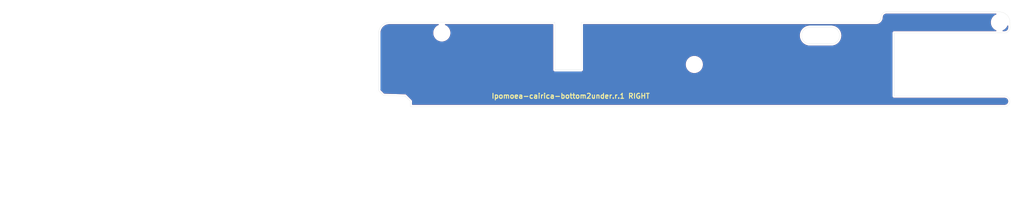
<source format=kicad_pcb>
(kicad_pcb (version 20171130) (host pcbnew "(5.1.5)-3")

  (general
    (thickness 1.6)
    (drawings 22)
    (tracks 0)
    (zones 0)
    (modules 7)
    (nets 1)
  )

  (page A4)
  (layers
    (0 F.Cu signal)
    (31 B.Cu signal)
    (32 B.Adhes user)
    (33 F.Adhes user)
    (34 B.Paste user)
    (35 F.Paste user)
    (36 B.SilkS user)
    (37 F.SilkS user)
    (38 B.Mask user)
    (39 F.Mask user)
    (40 Dwgs.User user)
    (41 Cmts.User user)
    (42 Eco1.User user)
    (43 Eco2.User user)
    (44 Edge.Cuts user)
    (45 Margin user)
    (46 B.CrtYd user)
    (47 F.CrtYd user)
    (48 B.Fab user)
    (49 F.Fab user)
  )

  (setup
    (last_trace_width 0.25)
    (trace_clearance 0.2)
    (zone_clearance 0.508)
    (zone_45_only no)
    (trace_min 0.2)
    (via_size 0.8)
    (via_drill 0.4)
    (via_min_size 0.4)
    (via_min_drill 0.3)
    (uvia_size 0.3)
    (uvia_drill 0.1)
    (uvias_allowed no)
    (uvia_min_size 0.2)
    (uvia_min_drill 0.1)
    (edge_width 0.05)
    (segment_width 0.2)
    (pcb_text_width 0.3)
    (pcb_text_size 1.5 1.5)
    (mod_edge_width 0.12)
    (mod_text_size 1 1)
    (mod_text_width 0.15)
    (pad_size 4.8 4.8)
    (pad_drill 4.8)
    (pad_to_mask_clearance 0.051)
    (solder_mask_min_width 0.25)
    (aux_axis_origin 0 0)
    (visible_elements 7FFFFFFF)
    (pcbplotparams
      (layerselection 0x010f0_ffffffff)
      (usegerberextensions true)
      (usegerberattributes false)
      (usegerberadvancedattributes false)
      (creategerberjobfile false)
      (excludeedgelayer true)
      (linewidth 0.100000)
      (plotframeref false)
      (viasonmask false)
      (mode 1)
      (useauxorigin false)
      (hpglpennumber 1)
      (hpglpenspeed 20)
      (hpglpendiameter 15.000000)
      (psnegative false)
      (psa4output false)
      (plotreference true)
      (plotvalue true)
      (plotinvisibletext false)
      (padsonsilk false)
      (subtractmaskfromsilk true)
      (outputformat 1)
      (mirror false)
      (drillshape 0)
      (scaleselection 1)
      (outputdirectory "../GERBER/Ipomoea-cairica-bottom2under_RIGHT"))
  )

  (net 0 "")

  (net_class Default "これはデフォルトのネット クラスです。"
    (clearance 0.2)
    (trace_width 0.25)
    (via_dia 0.8)
    (via_drill 0.4)
    (uvia_dia 0.3)
    (uvia_drill 0.1)
  )

  (module Ipomoea-cairica:M2_SCREW_HOLE_CL (layer F.Cu) (tedit 5E5669A5) (tstamp 5E553D32)
    (at 314.325 19.05)
    (attr virtual)
    (fp_text reference M2_SPACER_HOLE_011 (at -0.95 -0.55) (layer F.Fab) hide
      (effects (font (size 1 1) (thickness 0.15)))
    )
    (fp_text value Val** (at 0 0.55) (layer F.Fab) hide
      (effects (font (size 1 1) (thickness 0.15)))
    )
    (pad "" np_thru_hole circle (at 0 0) (size 2.2 2.2) (drill 2.2) (layers *.Cu *.Mask)
      (clearance 1.5))
  )

  (module Ipomoea-cairica:M2_SCREW_HOLE_CL (layer F.Cu) (tedit 5E5669A5) (tstamp 5E530EF4)
    (at 222.25 31.75)
    (attr virtual)
    (fp_text reference M2_SPACER_HOLE_004 (at -0.95 -0.55) (layer F.Fab) hide
      (effects (font (size 1 1) (thickness 0.15)))
    )
    (fp_text value Val** (at 0 0.55) (layer F.Fab) hide
      (effects (font (size 1 1) (thickness 0.15)))
    )
    (pad "" np_thru_hole circle (at 0 0) (size 2.2 2.2) (drill 2.2) (layers *.Cu *.Mask)
      (clearance 1.5))
  )

  (module Ipomoea-cairica:M2_SCREW_HOLE_CL (layer F.Cu) (tedit 5E5669A5) (tstamp 5E52F9C1)
    (at 146.05 22.225)
    (attr virtual)
    (fp_text reference M2_SPACER_HOLE_012 (at -0.95 -0.55) (layer F.Fab) hide
      (effects (font (size 1 1) (thickness 0.15)))
    )
    (fp_text value Val** (at 0 0.55) (layer F.Fab) hide
      (effects (font (size 1 1) (thickness 0.15)))
    )
    (pad "" np_thru_hole circle (at 0 0) (size 2.2 2.2) (drill 2.2) (layers *.Cu *.Mask)
      (clearance 1.5))
  )

  (module Ipomoea-cairica:CUT_HOLE_CENTER_UNDER_RIGHT (layer F.Cu) (tedit 5E5661CF) (tstamp 5E52B174)
    (at 141.2875 69.85)
    (fp_text reference CUT_HOLE_CENTER (at 0 1.5875) (layer Dwgs.User)
      (effects (font (size 1 1) (thickness 0.15)))
    )
    (fp_text value CUT_HOLE_CENTER_UNDER_RIGHT (at 0 -1.5875) (layer Dwgs.User)
      (effects (font (size 1 1) (thickness 0.15)))
    )
    (fp_line (start -12.9 -28.7745) (end -6.35 -28.575) (layer Edge.Cuts) (width 0.05))
    (fp_line (start -6.35 -28.575) (end -4.7625 -26.9875) (layer Edge.Cuts) (width 0.05))
    (fp_line (start -4.7625 -26.9875) (end -4.7625 -25.4) (layer Edge.Cuts) (width 0.05))
    (fp_line (start -14.2875 -47.625) (end -14.2875 -30.1625) (layer Edge.Cuts) (width 0.05))
    (fp_line (start -14.2875 -30.1625) (end -12.9 -28.7745) (layer Edge.Cuts) (width 0.05))
  )

  (module Ipomoea-cairica:ResetSW_1side_HOLE (layer B.Cu) (tedit 5E52BCDB) (tstamp 5E526C1A)
    (at 260.35 23.01875 180)
    (path /5E9D02A8)
    (fp_text reference SW_RST2 (at 0 -2.55) (layer Dwgs.User) hide
      (effects (font (size 1 1) (thickness 0.15)))
    )
    (fp_text value SW_PUSH (at 0 2.55) (layer B.Fab)
      (effects (font (size 1 1) (thickness 0.15)) (justify mirror))
    )
    (fp_line (start -3.25 -2.5) (end 3.25 -2.5) (layer Edge.Cuts) (width 0.05))
    (fp_line (start -3.25 2.5) (end 3.25 2.5) (layer Edge.Cuts) (width 0.05))
    (fp_arc (start 3.25 0) (end 3.25 -2.5) (angle 180) (layer Edge.Cuts) (width 0.05))
    (fp_arc (start -3.25 0) (end -3.25 2.5) (angle 180) (layer Edge.Cuts) (width 0.05))
    (fp_circle (center -3.25 0) (end -2.25 0) (layer Dwgs.User) (width 0.12))
    (fp_circle (center 3.25 0) (end 4.25 0) (layer Dwgs.User) (width 0.12))
    (fp_text user RESET (at 0 0) (layer Dwgs.User)
      (effects (font (size 1 1) (thickness 0.15)))
    )
    (fp_line (start 3 1.75) (end 3 1.5) (layer Dwgs.User) (width 0.15))
    (fp_line (start -3 1.75) (end 3 1.75) (layer Dwgs.User) (width 0.15))
    (fp_line (start -3 1.75) (end -3 1.5) (layer Dwgs.User) (width 0.15))
    (fp_line (start -3 -1.75) (end -3 -1.5) (layer Dwgs.User) (width 0.15))
    (fp_line (start 3 -1.75) (end 3 -1.5) (layer Dwgs.User) (width 0.15))
    (fp_line (start -3 -1.75) (end 3 -1.75) (layer Dwgs.User) (width 0.15))
  )

  (module Ipomoea-cairica:ProMicro_Layout (layer F.Cu) (tedit 5E5274C1) (tstamp 5E52749E)
    (at 298.45 32.015 270)
    (path /5E706045)
    (fp_text reference U2 (at 0 0.5 90) (layer Dwgs.User)
      (effects (font (size 1 1) (thickness 0.15)))
    )
    (fp_text value ProMicro_Layout (at 0 -0.5 90) (layer F.Fab)
      (effects (font (size 1 1) (thickness 0.15)))
    )
    (fp_circle (center -7.62 13.97) (end -6.858 13.97) (layer Dwgs.User) (width 0.12))
    (fp_circle (center -7.62 11.43) (end -6.858 11.43) (layer Dwgs.User) (width 0.12))
    (fp_circle (center -7.62 6.35) (end -6.858 6.35) (layer Dwgs.User) (width 0.12))
    (fp_circle (center -7.62 -1.27) (end -6.858 -1.27) (layer Dwgs.User) (width 0.12))
    (fp_circle (center -7.62 1.27) (end -6.858 1.27) (layer Dwgs.User) (width 0.12))
    (fp_circle (center -7.62 8.89) (end -6.858 8.89) (layer Dwgs.User) (width 0.12))
    (fp_circle (center -7.62 3.81) (end -6.858 3.81) (layer Dwgs.User) (width 0.12))
    (fp_circle (center -7.62 -3.81) (end -6.858 -3.81) (layer Dwgs.User) (width 0.12))
    (fp_circle (center -7.62 -6.35) (end -6.858 -6.35) (layer Dwgs.User) (width 0.12))
    (fp_circle (center -7.62 -8.89) (end -6.858 -8.89) (layer Dwgs.User) (width 0.12))
    (fp_circle (center -7.62 -11.43) (end -6.858 -11.43) (layer Dwgs.User) (width 0.12))
    (fp_circle (center -7.62 -13.97) (end -6.858 -13.97) (layer Dwgs.User) (width 0.12))
    (fp_circle (center 7.62 13.97) (end 8.382 13.97) (layer Dwgs.User) (width 0.12))
    (fp_circle (center 7.62 11.43) (end 8.382 11.43) (layer Dwgs.User) (width 0.12))
    (fp_circle (center 7.62 8.89) (end 8.382 8.89) (layer Dwgs.User) (width 0.12))
    (fp_circle (center 7.62 -3.81) (end 8.382 -3.81) (layer Dwgs.User) (width 0.12))
    (fp_circle (center 7.62 6.35) (end 8.382 6.35) (layer Dwgs.User) (width 0.12))
    (fp_circle (center 7.62 3.81) (end 8.382 3.81) (layer Dwgs.User) (width 0.12))
    (fp_circle (center 7.62 -1.27) (end 8.382 -1.27) (layer Dwgs.User) (width 0.12))
    (fp_circle (center 7.62 1.27) (end 8.382 1.27) (layer Dwgs.User) (width 0.12))
    (fp_circle (center 7.62 -6.35) (end 8.382 -6.35) (layer Dwgs.User) (width 0.12))
    (fp_circle (center 7.62 -8.89) (end 8.382 -8.89) (layer Dwgs.User) (width 0.12))
    (fp_circle (center 7.62 -11.43) (end 8.382 -11.43) (layer Dwgs.User) (width 0.12))
    (fp_circle (center 7.62 -13.97) (end 8.382 -13.97) (layer Dwgs.User) (width 0.12))
    (fp_circle (center -7.62 -16.51) (end -6.858 -16.51) (layer Dwgs.User) (width 0.12))
    (fp_circle (center 7.62 -16.51) (end 8.382 -16.51) (layer Dwgs.User) (width 0.12))
    (fp_text user ProMicro (at 0 13.97 270 unlocked) (layer Dwgs.User)
      (effects (font (size 1 1) (thickness 0.15)) (justify mirror))
    )
    (fp_text user D3 (at 5.08 -13.97 90) (layer Dwgs.User)
      (effects (font (size 0.8 0.8) (thickness 0.15)) (justify mirror))
    )
    (fp_text user F6 (at -5.08 1.27 270 unlocked) (layer Dwgs.User)
      (effects (font (size 0.8 0.8) (thickness 0.15)) (justify mirror))
    )
    (fp_text user B3 (at -5.08 8.89 270 unlocked) (layer Dwgs.User)
      (effects (font (size 0.8 0.8) (thickness 0.15)) (justify mirror))
    )
    (fp_text user D0 (at 5.08 -1.27 270 unlocked) (layer Dwgs.User)
      (effects (font (size 0.8 0.8) (thickness 0.15)) (justify mirror))
    )
    (fp_text user D7 (at 5.08 6.35 270 unlocked) (layer Dwgs.User)
      (effects (font (size 0.8 0.8) (thickness 0.15)) (justify mirror))
    )
    (fp_text user C6 (at 5.08 3.81 270 unlocked) (layer Dwgs.User)
      (effects (font (size 0.8 0.8) (thickness 0.15)) (justify mirror))
    )
    (fp_text user F7 (at -5.08 3.81 270 unlocked) (layer Dwgs.User)
      (effects (font (size 0.8 0.8) (thickness 0.15)) (justify mirror))
    )
    (fp_text user B5 (at 5.08 13.97 270 unlocked) (layer Dwgs.User)
      (effects (font (size 0.8 0.8) (thickness 0.15)) (justify mirror))
    )
    (fp_text user B6 (at -5.08 13.97 270 unlocked) (layer Dwgs.User)
      (effects (font (size 0.8 0.8) (thickness 0.15)) (justify mirror))
    )
    (fp_text user D1 (at 5.08 -3.81 270 unlocked) (layer Dwgs.User)
      (effects (font (size 0.8 0.8) (thickness 0.15)) (justify mirror))
    )
    (fp_text user F5 (at -5.08 -1.27 270 unlocked) (layer Dwgs.User)
      (effects (font (size 0.8 0.8) (thickness 0.15)) (justify mirror))
    )
    (fp_text user B4 (at 5.08 11.43 270 unlocked) (layer Dwgs.User)
      (effects (font (size 0.8 0.8) (thickness 0.15)) (justify mirror))
    )
    (fp_text user F4 (at -5.08 -3.81 270 unlocked) (layer Dwgs.User)
      (effects (font (size 0.8 0.8) (thickness 0.15)) (justify mirror))
    )
    (fp_text user RST (at -5.08 -8.89 270 unlocked) (layer Dwgs.User)
      (effects (font (size 0.8 0.8) (thickness 0.15)) (justify mirror))
    )
    (fp_text user VCC (at -5.08 -6.35 270 unlocked) (layer Dwgs.User)
      (effects (font (size 0.8 0.8) (thickness 0.15)) (justify mirror))
    )
    (fp_text user GND (at -5.08 -11.43 270 unlocked) (layer Dwgs.User)
      (effects (font (size 0.8 0.8) (thickness 0.15)) (justify mirror))
    )
    (fp_text user GND (at 5.08 -6.35 270 unlocked) (layer Dwgs.User)
      (effects (font (size 0.8 0.8) (thickness 0.15)) (justify mirror))
    )
    (fp_text user E6 (at 5.08 8.89 270 unlocked) (layer Dwgs.User)
      (effects (font (size 0.8 0.8) (thickness 0.15)) (justify mirror))
    )
    (fp_text user D2 (at 5.08 -11.43 270 unlocked) (layer Dwgs.User)
      (effects (font (size 0.8 0.8) (thickness 0.15)) (justify mirror))
    )
    (fp_text user GND (at 5.08 -8.89 270 unlocked) (layer Dwgs.User)
      (effects (font (size 0.8 0.8) (thickness 0.15)) (justify mirror))
    )
    (fp_text user D4 (at 5.08 1.27 270 unlocked) (layer Dwgs.User)
      (effects (font (size 0.8 0.8) (thickness 0.15)) (justify mirror))
    )
    (fp_text user B2 (at -5.08 11.43 270 unlocked) (layer Dwgs.User)
      (effects (font (size 0.8 0.8) (thickness 0.15)) (justify mirror))
    )
    (fp_text user RAW (at -5.08 -13.97 270 unlocked) (layer Dwgs.User)
      (effects (font (size 0.8 0.8) (thickness 0.15)) (justify mirror))
    )
    (fp_text user B1 (at -5.08 6.35 90) (layer Dwgs.User)
      (effects (font (size 0.8 0.8) (thickness 0.15)) (justify mirror))
    )
    (fp_line (start 8.89 -17.78) (end 8.89 15.24) (layer Dwgs.User) (width 0.2))
    (fp_line (start -8.89 15.24) (end -8.89 -17.78) (layer Dwgs.User) (width 0.2))
    (fp_line (start 3.81 -19.05) (end -3.81 -19.05) (layer Dwgs.User) (width 0.2))
    (fp_line (start 8.89 15.24) (end -8.89 15.24) (layer Dwgs.User) (width 0.2))
    (fp_line (start -3.81 -19.05) (end -3.81 -15.24) (layer Dwgs.User) (width 0.2))
    (fp_line (start 3.81 -15.24) (end 3.81 -19.05) (layer Dwgs.User) (width 0.2))
    (fp_line (start -3.81 -15.24) (end 3.81 -15.24) (layer Dwgs.User) (width 0.2))
    (fp_line (start -8.89 -17.78) (end 8.89 -17.78) (layer Dwgs.User) (width 0.2))
  )

  (module Ipomoea-cairica:MJ-4PP-9_1side_Layout (layer B.Cu) (tedit 5E52751B) (tstamp 5E526C0C)
    (at 184.15 20.6375 180)
    (path /5E70603F)
    (fp_text reference J2 (at -0.85 -4.95) (layer B.Fab)
      (effects (font (size 1 1) (thickness 0.15)) (justify mirror))
    )
    (fp_text value MJ-4PP-9 (at 0 -14) (layer B.Fab) hide
      (effects (font (size 1 1) (thickness 0.15)) (justify mirror))
    )
    (fp_circle (center -2.1 -12.18) (end -1.25 -12.18) (layer Dwgs.User) (width 0.12))
    (fp_text user TRRS (at -0.75 -6.45) (layer Dwgs.User)
      (effects (font (size 1 1) (thickness 0.15)))
    )
    (fp_line (start -3 -12) (end -3 0) (layer Dwgs.User) (width 0.15))
    (fp_line (start 3 -12) (end -3 -12) (layer Dwgs.User) (width 0.15))
    (fp_line (start 3 0) (end 3 -12) (layer Dwgs.User) (width 0.15))
    (fp_line (start -3 0) (end 3 0) (layer Dwgs.User) (width 0.15))
    (model "../../../../../../Users/pluis/Documents/Magic Briefcase/Documents/KiCad/3d/AB2_TRS_3p5MM_PTH.wrl"
      (at (xyz 0 0 0))
      (scale (xyz 0.42 0.42 0.42))
      (rotate (xyz 0 0 90))
    )
  )

  (dimension 190.5 (width 0.15) (layer Dwgs.User)
    (gr_text "190.500 mm" (at 222.25 12.9875) (layer Dwgs.User)
      (effects (font (size 1 1) (thickness 0.15)))
    )
    (feature1 (pts (xy 127 15.875) (xy 127 13.701079)))
    (feature2 (pts (xy 317.5 15.875) (xy 317.5 13.701079)))
    (crossbar (pts (xy 317.5 14.2875) (xy 127 14.2875)))
    (arrow1a (pts (xy 127 14.2875) (xy 128.126504 13.701079)))
    (arrow1b (pts (xy 127 14.2875) (xy 128.126504 14.873921)))
    (arrow2a (pts (xy 317.5 14.2875) (xy 316.373496 13.701079)))
    (arrow2b (pts (xy 317.5 14.2875) (xy 316.373496 14.873921)))
  )
  (dimension 28.575 (width 0.12) (layer Dwgs.User) (tstamp 5E553DB5)
    (gr_text "28.575 mm" (at 320.3575 30.1625 270) (layer Dwgs.User) (tstamp 5E553DB5)
      (effects (font (size 1 1) (thickness 0.15)))
    )
    (feature1 (pts (xy 317.5 44.45) (xy 319.673921 44.45)))
    (feature2 (pts (xy 317.5 15.875) (xy 319.673921 15.875)))
    (crossbar (pts (xy 319.0875 15.875) (xy 319.0875 44.45)))
    (arrow1a (pts (xy 319.0875 44.45) (xy 318.501079 43.323496)))
    (arrow1b (pts (xy 319.0875 44.45) (xy 319.673921 43.323496)))
    (arrow2a (pts (xy 319.0875 15.875) (xy 318.501079 17.001504)))
    (arrow2b (pts (xy 319.0875 15.875) (xy 319.673921 17.001504)))
  )
  (gr_line (start 317.5 19.05) (end 317.5 20.6375) (layer Edge.Cuts) (width 0.05) (tstamp 5E559766))
  (gr_arc (start 315.9125 20.6375) (end 317.5 20.6375) (angle 90) (layer Edge.Cuts) (width 0.05) (tstamp 5E559760))
  (gr_arc (start 314.325 19.05) (end 314.325 15.875) (angle 90) (layer Edge.Cuts) (width 0.05) (tstamp 5E553D31))
  (gr_arc (start 277.01875 17.4625) (end 278.60625 17.4625) (angle 90) (layer Edge.Cuts) (width 0.05) (tstamp 5E553D30))
  (gr_arc (start 280.19375 17.4625) (end 278.60625 17.4625) (angle 90) (layer Edge.Cuts) (width 0.05) (tstamp 5E553D2F))
  (gr_line (start 314.325 15.875) (end 280.19375 15.875) (layer Edge.Cuts) (width 0.05) (tstamp 5E553D2E))
  (gr_arc (start 315.9125 42.8625) (end 317.5 42.8625) (angle 90) (layer Edge.Cuts) (width 0.05) (tstamp 5E553D2A))
  (gr_arc (start 315.9125 42.8625) (end 315.9125 41.275) (angle 90) (layer Edge.Cuts) (width 0.05) (tstamp 5E553D2A))
  (gr_line (start 136.525 44.45) (end 315.9125 44.45) (layer Edge.Cuts) (width 0.05) (tstamp 5E559740))
  (gr_text "Ipomoea-cairica-bottom2under.r.1 RIGHT" (at 184.94375 41.275) (layer F.SilkS) (tstamp 5E538DFF)
    (effects (font (size 1.5 1.5) (thickness 0.3)))
  )
  (gr_line (start 265.1125 19.05) (end 277.01875 19.05) (layer Edge.Cuts) (width 0.05) (tstamp 5E54080C))
  (gr_line (start 188.11875 19.05) (end 265.1125 19.05) (layer Edge.Cuts) (width 0.05) (tstamp 5E5407FA))
  (gr_line (start 180.18125 33.3375) (end 188.11875 33.3375) (layer Edge.Cuts) (width 0.05) (tstamp 5E5407F4))
  (gr_line (start 180.18125 33.3375) (end 180.18125 19.05) (layer Edge.Cuts) (width 0.05) (tstamp 5E5407F0))
  (gr_line (start 188.11875 33.3375) (end 188.11875 19.05) (layer Edge.Cuts) (width 0.05) (tstamp 5E5407EF))
  (gr_line (start 315.9125 41.275) (end 282.575 41.275) (layer Edge.Cuts) (width 0.05) (tstamp 5E53A4C7))
  (gr_line (start 282.575 22.225) (end 282.575 41.275) (layer Edge.Cuts) (width 0.05) (tstamp 5E53A4C6))
  (gr_line (start 282.575 22.225) (end 315.9125 22.225) (layer Edge.Cuts) (width 0.05) (tstamp 5E53A4C5))
  (gr_arc (start 130.175 22.225) (end 130.175 19.05) (angle -90) (layer Edge.Cuts) (width 0.05) (tstamp 5E5346B3))
  (gr_line (start 130.175 19.05) (end 180.18125 19.05) (layer Edge.Cuts) (width 0.05) (tstamp 5E531695))

  (zone (net 0) (net_name "") (layer B.Cu) (tstamp 5E567178) (hatch edge 0.508)
    (connect_pads (clearance 0.508))
    (min_thickness 0.254)
    (fill yes (arc_segments 32) (thermal_gap 0.508) (thermal_bridge_width 0.508))
    (polygon
      (pts
        (xy 317.5 44.45) (xy 12.7 44.45) (xy 12.7 15.875) (xy 317.5 15.875)
      )
    )
    (filled_polygon
      (pts
        (xy 313.033281 16.633364) (xy 312.586639 16.931801) (xy 312.206801 17.311639) (xy 311.908364 17.758281) (xy 311.702797 18.254563)
        (xy 311.598 18.781414) (xy 311.598 19.318586) (xy 311.702797 19.845437) (xy 311.908364 20.341719) (xy 312.206801 20.788361)
        (xy 312.586639 21.168199) (xy 313.033281 21.466636) (xy 313.270752 21.565) (xy 282.607419 21.565) (xy 282.575 21.561807)
        (xy 282.509298 21.568278) (xy 282.445617 21.57455) (xy 282.321207 21.61229) (xy 282.20655 21.673575) (xy 282.106052 21.756052)
        (xy 282.023575 21.85655) (xy 281.96229 21.971207) (xy 281.92455 22.095617) (xy 281.911807 22.225) (xy 281.915 22.257419)
        (xy 281.915001 41.242571) (xy 281.911807 41.275) (xy 281.92455 41.404383) (xy 281.96229 41.528793) (xy 282.023575 41.64345)
        (xy 282.106052 41.743948) (xy 282.20655 41.826425) (xy 282.321207 41.88771) (xy 282.445617 41.92545) (xy 282.542581 41.935)
        (xy 282.575 41.938193) (xy 282.607419 41.935) (xy 315.880221 41.935) (xy 316.092038 41.955769) (xy 316.264737 42.00791)
        (xy 316.424018 42.092602) (xy 316.563819 42.206619) (xy 316.678808 42.345617) (xy 316.76461 42.504305) (xy 316.817955 42.676635)
        (xy 316.837151 42.859275) (xy 316.819231 43.042038) (xy 316.767091 43.214736) (xy 316.682399 43.374018) (xy 316.568378 43.513821)
        (xy 316.429385 43.628806) (xy 316.270695 43.71461) (xy 316.098365 43.767955) (xy 315.888619 43.79) (xy 137.185 43.79)
        (xy 137.185 42.894908) (xy 137.188192 42.862499) (xy 137.185 42.83009) (xy 137.185 42.830081) (xy 137.17545 42.733117)
        (xy 137.13771 42.608707) (xy 137.110354 42.557527) (xy 137.076425 42.494049) (xy 137.014614 42.418733) (xy 137.014612 42.418731)
        (xy 136.993948 42.393552) (xy 136.96877 42.372889) (xy 135.434238 40.838358) (xy 135.420506 40.820546) (xy 135.388389 40.792509)
        (xy 135.381266 40.785386) (xy 135.363955 40.771179) (xy 135.322566 40.735048) (xy 135.313784 40.730005) (xy 135.30595 40.723575)
        (xy 135.257466 40.69766) (xy 135.209828 40.670301) (xy 135.200229 40.667067) (xy 135.191292 40.66229) (xy 135.138702 40.646337)
        (xy 135.086624 40.628791) (xy 135.076575 40.627491) (xy 135.066882 40.624551) (xy 135.012213 40.619167) (xy 134.989996 40.616293)
        (xy 134.979922 40.615986) (xy 134.9375 40.611808) (xy 134.915119 40.614012) (xy 128.669222 40.423775) (xy 127.66 39.41419)
        (xy 127.66 22.257278) (xy 127.711002 21.737116) (xy 127.852694 21.267812) (xy 128.082837 20.834975) (xy 128.392678 20.455073)
        (xy 128.770397 20.142597) (xy 129.201627 19.909431) (xy 129.669928 19.764468) (xy 130.188153 19.71) (xy 144.995752 19.71)
        (xy 144.758281 19.808364) (xy 144.311639 20.106801) (xy 143.931801 20.486639) (xy 143.633364 20.933281) (xy 143.427797 21.429563)
        (xy 143.323 21.956414) (xy 143.323 22.493586) (xy 143.427797 23.020437) (xy 143.633364 23.516719) (xy 143.931801 23.963361)
        (xy 144.311639 24.343199) (xy 144.758281 24.641636) (xy 145.254563 24.847203) (xy 145.781414 24.952) (xy 146.318586 24.952)
        (xy 146.845437 24.847203) (xy 147.341719 24.641636) (xy 147.788361 24.343199) (xy 148.168199 23.963361) (xy 148.466636 23.516719)
        (xy 148.672203 23.020437) (xy 148.777 22.493586) (xy 148.777 21.956414) (xy 148.672203 21.429563) (xy 148.466636 20.933281)
        (xy 148.168199 20.486639) (xy 147.788361 20.106801) (xy 147.341719 19.808364) (xy 147.104248 19.71) (xy 179.521251 19.71)
        (xy 179.52125 33.305081) (xy 179.518057 33.3375) (xy 179.5308 33.466883) (xy 179.56854 33.591293) (xy 179.629825 33.70595)
        (xy 179.712302 33.806448) (xy 179.8128 33.888925) (xy 179.927457 33.95021) (xy 180.051867 33.98795) (xy 180.18125 34.000693)
        (xy 180.213669 33.9975) (xy 188.086331 33.9975) (xy 188.11875 34.000693) (xy 188.151169 33.9975) (xy 188.248133 33.98795)
        (xy 188.372543 33.95021) (xy 188.4872 33.888925) (xy 188.587698 33.806448) (xy 188.670175 33.70595) (xy 188.73146 33.591293)
        (xy 188.7692 33.466883) (xy 188.781943 33.3375) (xy 188.77875 33.305081) (xy 188.77875 31.481414) (xy 219.523 31.481414)
        (xy 219.523 32.018586) (xy 219.627797 32.545437) (xy 219.833364 33.041719) (xy 220.131801 33.488361) (xy 220.511639 33.868199)
        (xy 220.958281 34.166636) (xy 221.454563 34.372203) (xy 221.981414 34.477) (xy 222.518586 34.477) (xy 223.045437 34.372203)
        (xy 223.541719 34.166636) (xy 223.988361 33.868199) (xy 224.368199 33.488361) (xy 224.666636 33.041719) (xy 224.872203 32.545437)
        (xy 224.977 32.018586) (xy 224.977 31.481414) (xy 224.872203 30.954563) (xy 224.666636 30.458281) (xy 224.368199 30.011639)
        (xy 223.988361 29.631801) (xy 223.541719 29.333364) (xy 223.045437 29.127797) (xy 222.518586 29.023) (xy 221.981414 29.023)
        (xy 221.454563 29.127797) (xy 220.958281 29.333364) (xy 220.511639 29.631801) (xy 220.131801 30.011639) (xy 219.833364 30.458281)
        (xy 219.627797 30.954563) (xy 219.523 31.481414) (xy 188.77875 31.481414) (xy 188.77875 22.976385) (xy 253.942777 22.976385)
        (xy 253.943195 23.036203) (xy 253.942777 23.096021) (xy 253.943677 23.105192) (xy 253.994678 23.590434) (xy 254.006699 23.648997)
        (xy 254.017914 23.70779) (xy 254.020578 23.716612) (xy 254.164858 24.182706) (xy 254.188033 24.237836) (xy 254.210447 24.293315)
        (xy 254.214774 24.301451) (xy 254.446838 24.730644) (xy 254.480271 24.780211) (xy 254.513042 24.83029) (xy 254.518867 24.837431)
        (xy 254.829875 25.213377) (xy 254.872311 25.255517) (xy 254.914174 25.298267) (xy 254.921275 25.304141) (xy 255.299382 25.612517)
        (xy 255.349191 25.645609) (xy 255.398563 25.679416) (xy 255.406667 25.683797) (xy 255.406675 25.683801) (xy 255.837473 25.912861)
        (xy 255.892788 25.93566) (xy 255.94776 25.959221) (xy 255.956563 25.961946) (xy 256.423652 26.102969) (xy 256.482369 26.114595)
        (xy 256.540845 26.127025) (xy 256.550009 26.127988) (xy 257.035596 26.1756) (xy 257.035598 26.1756) (xy 257.067581 26.17875)
        (xy 263.632419 26.17875) (xy 263.634718 26.178524) (xy 263.639519 26.17849) (xy 263.669333 26.175356) (xy 263.699309 26.175356)
        (xy 263.708474 26.174393) (xy 264.193348 26.120006) (xy 264.251863 26.107568) (xy 264.31054 26.09595) (xy 264.319343 26.093225)
        (xy 264.784419 25.945694) (xy 264.839391 25.922133) (xy 264.894706 25.899334) (xy 264.902812 25.894951) (xy 265.330374 25.659897)
        (xy 265.379736 25.626098) (xy 265.429558 25.592997) (xy 265.436658 25.587123) (xy 265.810423 25.273497) (xy 265.852286 25.230747)
        (xy 265.894721 25.188608) (xy 265.900545 25.181467) (xy 266.206274 24.801217) (xy 266.239034 24.751154) (xy 266.272479 24.70157)
        (xy 266.276805 24.693433) (xy 266.502854 24.261041) (xy 266.52525 24.205609) (xy 266.548444 24.150433) (xy 266.551107 24.141611)
        (xy 266.688865 23.673548) (xy 266.700066 23.614829) (xy 266.712103 23.556192) (xy 266.713002 23.547021) (xy 266.757223 23.061115)
        (xy 266.756805 23.001297) (xy 266.757223 22.94148) (xy 266.756323 22.932308) (xy 266.705322 22.447066) (xy 266.693302 22.38851)
        (xy 266.682086 22.329709) (xy 266.679422 22.320888) (xy 266.535142 21.854794) (xy 266.511954 21.799631) (xy 266.489552 21.744185)
        (xy 266.485226 21.736049) (xy 266.253162 21.306856) (xy 266.219729 21.257289) (xy 266.186958 21.20721) (xy 266.181134 21.200069)
        (xy 265.870125 20.824124) (xy 265.827708 20.782002) (xy 265.785826 20.739233) (xy 265.778725 20.73336) (xy 265.400618 20.424983)
        (xy 265.350809 20.391891) (xy 265.301437 20.358084) (xy 265.293331 20.353702) (xy 264.862527 20.12464) (xy 264.807233 20.101849)
        (xy 264.75224 20.078279) (xy 264.743437 20.075554) (xy 264.276347 19.934531) (xy 264.217653 19.922909) (xy 264.159156 19.910475)
        (xy 264.149991 19.909512) (xy 263.664405 19.8619) (xy 263.664402 19.8619) (xy 263.632419 19.85875) (xy 257.067581 19.85875)
        (xy 257.065282 19.858976) (xy 257.060481 19.85901) (xy 257.030667 19.862144) (xy 257.000691 19.862144) (xy 256.991526 19.863107)
        (xy 256.506652 19.917494) (xy 256.448137 19.929932) (xy 256.38946 19.94155) (xy 256.380657 19.944275) (xy 255.915581 20.091806)
        (xy 255.860609 20.115367) (xy 255.805294 20.138166) (xy 255.797188 20.142549) (xy 255.369625 20.377603) (xy 255.320269 20.411398)
        (xy 255.270442 20.444503) (xy 255.263342 20.450377) (xy 254.889578 20.764003) (xy 254.847734 20.806733) (xy 254.805279 20.848892)
        (xy 254.799455 20.856034) (xy 254.493726 21.236283) (xy 254.460966 21.286346) (xy 254.427521 21.33593) (xy 254.423195 21.344067)
        (xy 254.197146 21.776459) (xy 254.174745 21.831903) (xy 254.151556 21.887067) (xy 254.148893 21.895889) (xy 254.011135 22.363952)
        (xy 253.999934 22.422671) (xy 253.987897 22.481308) (xy 253.986998 22.490479) (xy 253.942777 22.976385) (xy 188.77875 22.976385)
        (xy 188.77875 19.71) (xy 277.051169 19.71) (xy 277.079837 19.707176) (xy 277.089649 19.707245) (xy 277.098821 19.706346)
        (xy 277.406948 19.673961) (xy 277.465554 19.661931) (xy 277.524306 19.650724) (xy 277.533128 19.64806) (xy 277.829098 19.556442)
        (xy 277.884261 19.533254) (xy 277.939707 19.510852) (xy 277.947843 19.506526) (xy 278.220381 19.359165) (xy 278.269948 19.325732)
        (xy 278.320027 19.292961) (xy 278.327168 19.287136) (xy 278.565893 19.089646) (xy 278.608015 19.047228) (xy 278.650785 19.005346)
        (xy 278.656659 18.998245) (xy 278.852476 18.758147) (xy 278.885568 18.708339) (xy 278.919374 18.658967) (xy 278.923757 18.650861)
        (xy 279.069212 18.377301) (xy 279.092012 18.321983) (xy 279.115573 18.267012) (xy 279.118298 18.258209) (xy 279.207847 17.961608)
        (xy 279.219467 17.90292) (xy 279.231903 17.844417) (xy 279.232866 17.835252) (xy 279.2631 17.526905) (xy 279.2631 17.526904)
        (xy 279.287019 17.282962) (xy 279.33916 17.110263) (xy 279.423852 16.950982) (xy 279.537869 16.811181) (xy 279.676867 16.696192)
        (xy 279.835555 16.61039) (xy 280.007885 16.557045) (xy 280.21763 16.535) (xy 313.270752 16.535)
      )
    )
    (filled_polygon
      (pts
        (xy 316.840001 20.60521) (xy 316.819231 20.817038) (xy 316.767091 20.989736) (xy 316.682399 21.149018) (xy 316.568378 21.288821)
        (xy 316.429385 21.403806) (xy 316.270695 21.48961) (xy 316.098365 21.542955) (xy 315.888619 21.565) (xy 315.379248 21.565)
        (xy 315.616719 21.466636) (xy 316.063361 21.168199) (xy 316.443199 20.788361) (xy 316.741636 20.341719) (xy 316.840001 20.104246)
      )
    )
  )
  (zone (net 0) (net_name "") (layer F.Cu) (tstamp 5E567175) (hatch edge 0.508)
    (connect_pads (clearance 0.508))
    (min_thickness 0.254)
    (fill yes (arc_segments 32) (thermal_gap 0.508) (thermal_bridge_width 0.508))
    (polygon
      (pts
        (xy 317.5 44.45) (xy 12.7 44.45) (xy 12.7 15.875) (xy 317.5 15.875)
      )
    )
    (filled_polygon
      (pts
        (xy 313.033281 16.633364) (xy 312.586639 16.931801) (xy 312.206801 17.311639) (xy 311.908364 17.758281) (xy 311.702797 18.254563)
        (xy 311.598 18.781414) (xy 311.598 19.318586) (xy 311.702797 19.845437) (xy 311.908364 20.341719) (xy 312.206801 20.788361)
        (xy 312.586639 21.168199) (xy 313.033281 21.466636) (xy 313.270752 21.565) (xy 282.607419 21.565) (xy 282.575 21.561807)
        (xy 282.509298 21.568278) (xy 282.445617 21.57455) (xy 282.321207 21.61229) (xy 282.20655 21.673575) (xy 282.106052 21.756052)
        (xy 282.023575 21.85655) (xy 281.96229 21.971207) (xy 281.92455 22.095617) (xy 281.911807 22.225) (xy 281.915 22.257419)
        (xy 281.915001 41.242571) (xy 281.911807 41.275) (xy 281.92455 41.404383) (xy 281.96229 41.528793) (xy 282.023575 41.64345)
        (xy 282.106052 41.743948) (xy 282.20655 41.826425) (xy 282.321207 41.88771) (xy 282.445617 41.92545) (xy 282.542581 41.935)
        (xy 282.575 41.938193) (xy 282.607419 41.935) (xy 315.880221 41.935) (xy 316.092038 41.955769) (xy 316.264737 42.00791)
        (xy 316.424018 42.092602) (xy 316.563819 42.206619) (xy 316.678808 42.345617) (xy 316.76461 42.504305) (xy 316.817955 42.676635)
        (xy 316.837151 42.859275) (xy 316.819231 43.042038) (xy 316.767091 43.214736) (xy 316.682399 43.374018) (xy 316.568378 43.513821)
        (xy 316.429385 43.628806) (xy 316.270695 43.71461) (xy 316.098365 43.767955) (xy 315.888619 43.79) (xy 137.185 43.79)
        (xy 137.185 42.894908) (xy 137.188192 42.862499) (xy 137.185 42.83009) (xy 137.185 42.830081) (xy 137.17545 42.733117)
        (xy 137.13771 42.608707) (xy 137.110354 42.557527) (xy 137.076425 42.494049) (xy 137.014614 42.418733) (xy 137.014612 42.418731)
        (xy 136.993948 42.393552) (xy 136.96877 42.372889) (xy 135.434238 40.838358) (xy 135.420506 40.820546) (xy 135.388389 40.792509)
        (xy 135.381266 40.785386) (xy 135.363955 40.771179) (xy 135.322566 40.735048) (xy 135.313784 40.730005) (xy 135.30595 40.723575)
        (xy 135.257466 40.69766) (xy 135.209828 40.670301) (xy 135.200229 40.667067) (xy 135.191292 40.66229) (xy 135.138702 40.646337)
        (xy 135.086624 40.628791) (xy 135.076575 40.627491) (xy 135.066882 40.624551) (xy 135.012213 40.619167) (xy 134.989996 40.616293)
        (xy 134.979922 40.615986) (xy 134.9375 40.611808) (xy 134.915119 40.614012) (xy 128.669222 40.423775) (xy 127.66 39.41419)
        (xy 127.66 22.257278) (xy 127.711002 21.737116) (xy 127.852694 21.267812) (xy 128.082837 20.834975) (xy 128.392678 20.455073)
        (xy 128.770397 20.142597) (xy 129.201627 19.909431) (xy 129.669928 19.764468) (xy 130.188153 19.71) (xy 144.995752 19.71)
        (xy 144.758281 19.808364) (xy 144.311639 20.106801) (xy 143.931801 20.486639) (xy 143.633364 20.933281) (xy 143.427797 21.429563)
        (xy 143.323 21.956414) (xy 143.323 22.493586) (xy 143.427797 23.020437) (xy 143.633364 23.516719) (xy 143.931801 23.963361)
        (xy 144.311639 24.343199) (xy 144.758281 24.641636) (xy 145.254563 24.847203) (xy 145.781414 24.952) (xy 146.318586 24.952)
        (xy 146.845437 24.847203) (xy 147.341719 24.641636) (xy 147.788361 24.343199) (xy 148.168199 23.963361) (xy 148.466636 23.516719)
        (xy 148.672203 23.020437) (xy 148.777 22.493586) (xy 148.777 21.956414) (xy 148.672203 21.429563) (xy 148.466636 20.933281)
        (xy 148.168199 20.486639) (xy 147.788361 20.106801) (xy 147.341719 19.808364) (xy 147.104248 19.71) (xy 179.521251 19.71)
        (xy 179.52125 33.305081) (xy 179.518057 33.3375) (xy 179.5308 33.466883) (xy 179.56854 33.591293) (xy 179.629825 33.70595)
        (xy 179.712302 33.806448) (xy 179.8128 33.888925) (xy 179.927457 33.95021) (xy 180.051867 33.98795) (xy 180.18125 34.000693)
        (xy 180.213669 33.9975) (xy 188.086331 33.9975) (xy 188.11875 34.000693) (xy 188.151169 33.9975) (xy 188.248133 33.98795)
        (xy 188.372543 33.95021) (xy 188.4872 33.888925) (xy 188.587698 33.806448) (xy 188.670175 33.70595) (xy 188.73146 33.591293)
        (xy 188.7692 33.466883) (xy 188.781943 33.3375) (xy 188.77875 33.305081) (xy 188.77875 31.481414) (xy 219.523 31.481414)
        (xy 219.523 32.018586) (xy 219.627797 32.545437) (xy 219.833364 33.041719) (xy 220.131801 33.488361) (xy 220.511639 33.868199)
        (xy 220.958281 34.166636) (xy 221.454563 34.372203) (xy 221.981414 34.477) (xy 222.518586 34.477) (xy 223.045437 34.372203)
        (xy 223.541719 34.166636) (xy 223.988361 33.868199) (xy 224.368199 33.488361) (xy 224.666636 33.041719) (xy 224.872203 32.545437)
        (xy 224.977 32.018586) (xy 224.977 31.481414) (xy 224.872203 30.954563) (xy 224.666636 30.458281) (xy 224.368199 30.011639)
        (xy 223.988361 29.631801) (xy 223.541719 29.333364) (xy 223.045437 29.127797) (xy 222.518586 29.023) (xy 221.981414 29.023)
        (xy 221.454563 29.127797) (xy 220.958281 29.333364) (xy 220.511639 29.631801) (xy 220.131801 30.011639) (xy 219.833364 30.458281)
        (xy 219.627797 30.954563) (xy 219.523 31.481414) (xy 188.77875 31.481414) (xy 188.77875 22.976385) (xy 253.942777 22.976385)
        (xy 253.943195 23.036203) (xy 253.942777 23.096021) (xy 253.943677 23.105192) (xy 253.994678 23.590434) (xy 254.006699 23.648997)
        (xy 254.017914 23.70779) (xy 254.020578 23.716612) (xy 254.164858 24.182706) (xy 254.188033 24.237836) (xy 254.210447 24.293315)
        (xy 254.214774 24.301451) (xy 254.446838 24.730644) (xy 254.480271 24.780211) (xy 254.513042 24.83029) (xy 254.518867 24.837431)
        (xy 254.829875 25.213377) (xy 254.872311 25.255517) (xy 254.914174 25.298267) (xy 254.921275 25.304141) (xy 255.299382 25.612517)
        (xy 255.349191 25.645609) (xy 255.398563 25.679416) (xy 255.406667 25.683797) (xy 255.406675 25.683801) (xy 255.837473 25.912861)
        (xy 255.892788 25.93566) (xy 255.94776 25.959221) (xy 255.956563 25.961946) (xy 256.423652 26.102969) (xy 256.482369 26.114595)
        (xy 256.540845 26.127025) (xy 256.550009 26.127988) (xy 257.035596 26.1756) (xy 257.035598 26.1756) (xy 257.067581 26.17875)
        (xy 263.632419 26.17875) (xy 263.634718 26.178524) (xy 263.639519 26.17849) (xy 263.669333 26.175356) (xy 263.699309 26.175356)
        (xy 263.708474 26.174393) (xy 264.193348 26.120006) (xy 264.251863 26.107568) (xy 264.31054 26.09595) (xy 264.319343 26.093225)
        (xy 264.784419 25.945694) (xy 264.839391 25.922133) (xy 264.894706 25.899334) (xy 264.902812 25.894951) (xy 265.330374 25.659897)
        (xy 265.379736 25.626098) (xy 265.429558 25.592997) (xy 265.436658 25.587123) (xy 265.810423 25.273497) (xy 265.852286 25.230747)
        (xy 265.894721 25.188608) (xy 265.900545 25.181467) (xy 266.206274 24.801217) (xy 266.239034 24.751154) (xy 266.272479 24.70157)
        (xy 266.276805 24.693433) (xy 266.502854 24.261041) (xy 266.52525 24.205609) (xy 266.548444 24.150433) (xy 266.551107 24.141611)
        (xy 266.688865 23.673548) (xy 266.700066 23.614829) (xy 266.712103 23.556192) (xy 266.713002 23.547021) (xy 266.757223 23.061115)
        (xy 266.756805 23.001297) (xy 266.757223 22.94148) (xy 266.756323 22.932308) (xy 266.705322 22.447066) (xy 266.693302 22.38851)
        (xy 266.682086 22.329709) (xy 266.679422 22.320888) (xy 266.535142 21.854794) (xy 266.511954 21.799631) (xy 266.489552 21.744185)
        (xy 266.485226 21.736049) (xy 266.253162 21.306856) (xy 266.219729 21.257289) (xy 266.186958 21.20721) (xy 266.181134 21.200069)
        (xy 265.870125 20.824124) (xy 265.827708 20.782002) (xy 265.785826 20.739233) (xy 265.778725 20.73336) (xy 265.400618 20.424983)
        (xy 265.350809 20.391891) (xy 265.301437 20.358084) (xy 265.293331 20.353702) (xy 264.862527 20.12464) (xy 264.807233 20.101849)
        (xy 264.75224 20.078279) (xy 264.743437 20.075554) (xy 264.276347 19.934531) (xy 264.217653 19.922909) (xy 264.159156 19.910475)
        (xy 264.149991 19.909512) (xy 263.664405 19.8619) (xy 263.664402 19.8619) (xy 263.632419 19.85875) (xy 257.067581 19.85875)
        (xy 257.065282 19.858976) (xy 257.060481 19.85901) (xy 257.030667 19.862144) (xy 257.000691 19.862144) (xy 256.991526 19.863107)
        (xy 256.506652 19.917494) (xy 256.448137 19.929932) (xy 256.38946 19.94155) (xy 256.380657 19.944275) (xy 255.915581 20.091806)
        (xy 255.860609 20.115367) (xy 255.805294 20.138166) (xy 255.797188 20.142549) (xy 255.369625 20.377603) (xy 255.320269 20.411398)
        (xy 255.270442 20.444503) (xy 255.263342 20.450377) (xy 254.889578 20.764003) (xy 254.847734 20.806733) (xy 254.805279 20.848892)
        (xy 254.799455 20.856034) (xy 254.493726 21.236283) (xy 254.460966 21.286346) (xy 254.427521 21.33593) (xy 254.423195 21.344067)
        (xy 254.197146 21.776459) (xy 254.174745 21.831903) (xy 254.151556 21.887067) (xy 254.148893 21.895889) (xy 254.011135 22.363952)
        (xy 253.999934 22.422671) (xy 253.987897 22.481308) (xy 253.986998 22.490479) (xy 253.942777 22.976385) (xy 188.77875 22.976385)
        (xy 188.77875 19.71) (xy 277.051169 19.71) (xy 277.079837 19.707176) (xy 277.089649 19.707245) (xy 277.098821 19.706346)
        (xy 277.406948 19.673961) (xy 277.465554 19.661931) (xy 277.524306 19.650724) (xy 277.533128 19.64806) (xy 277.829098 19.556442)
        (xy 277.884261 19.533254) (xy 277.939707 19.510852) (xy 277.947843 19.506526) (xy 278.220381 19.359165) (xy 278.269948 19.325732)
        (xy 278.320027 19.292961) (xy 278.327168 19.287136) (xy 278.565893 19.089646) (xy 278.608015 19.047228) (xy 278.650785 19.005346)
        (xy 278.656659 18.998245) (xy 278.852476 18.758147) (xy 278.885568 18.708339) (xy 278.919374 18.658967) (xy 278.923757 18.650861)
        (xy 279.069212 18.377301) (xy 279.092012 18.321983) (xy 279.115573 18.267012) (xy 279.118298 18.258209) (xy 279.207847 17.961608)
        (xy 279.219467 17.90292) (xy 279.231903 17.844417) (xy 279.232866 17.835252) (xy 279.2631 17.526905) (xy 279.2631 17.526904)
        (xy 279.287019 17.282962) (xy 279.33916 17.110263) (xy 279.423852 16.950982) (xy 279.537869 16.811181) (xy 279.676867 16.696192)
        (xy 279.835555 16.61039) (xy 280.007885 16.557045) (xy 280.21763 16.535) (xy 313.270752 16.535)
      )
    )
    (filled_polygon
      (pts
        (xy 316.840001 20.60521) (xy 316.819231 20.817038) (xy 316.767091 20.989736) (xy 316.682399 21.149018) (xy 316.568378 21.288821)
        (xy 316.429385 21.403806) (xy 316.270695 21.48961) (xy 316.098365 21.542955) (xy 315.888619 21.565) (xy 315.379248 21.565)
        (xy 315.616719 21.466636) (xy 316.063361 21.168199) (xy 316.443199 20.788361) (xy 316.741636 20.341719) (xy 316.840001 20.104246)
      )
    )
  )
)

</source>
